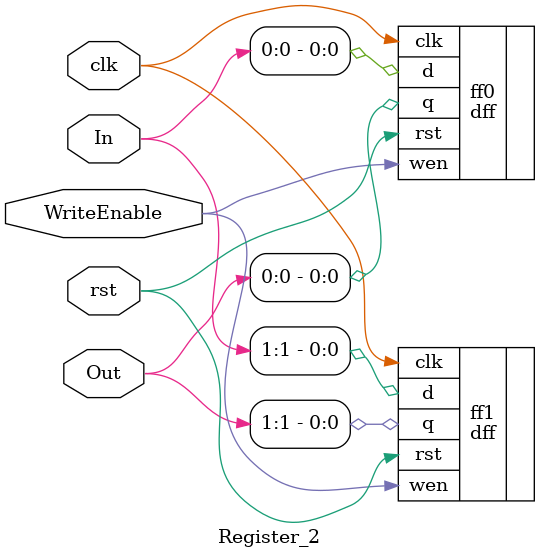
<source format=v>
module Register_2(clk, 
                  rst, 
                  In, // input
                  WriteEnable,
                  Out); // output

  input clk, rst, WriteEnable;
  input [1:0] In;
  inout [1:0] Out;

  dff ff0(.q(Out[0]), .d(In[0]), .wen(WriteEnable), .clk(clk), .rst(rst));
  dff ff1(.q(Out[1]), .d(In[1]), .wen(WriteEnable), .clk(clk), .rst(rst));
endmodule
</source>
